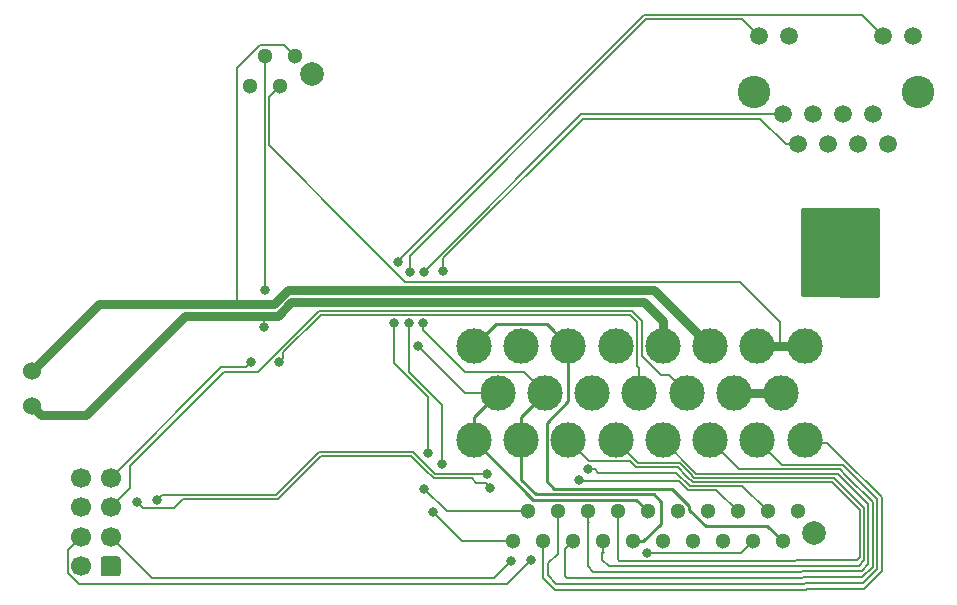
<source format=gtl>
G04 #@! TF.GenerationSoftware,KiCad,Pcbnew,5.0.2-bee76a0~70~ubuntu18.04.1*
G04 #@! TF.CreationDate,2019-04-11T23:01:23-04:00*
G04 #@! TF.ProjectId,interface_rev2,696e7465-7266-4616-9365-5f726576322e,rev?*
G04 #@! TF.SameCoordinates,Original*
G04 #@! TF.FileFunction,Copper,L1,Top*
G04 #@! TF.FilePolarity,Positive*
%FSLAX46Y46*%
G04 Gerber Fmt 4.6, Leading zero omitted, Abs format (unit mm)*
G04 Created by KiCad (PCBNEW 5.0.2-bee76a0~70~ubuntu18.04.1) date Thu 11 Apr 2019 11:01:23 PM EDT*
%MOMM*%
%LPD*%
G01*
G04 APERTURE LIST*
G04 #@! TA.AperFunction,ComponentPad*
%ADD10C,1.524000*%
G04 #@! TD*
G04 #@! TA.AperFunction,ComponentPad*
%ADD11C,3.000000*%
G04 #@! TD*
G04 #@! TA.AperFunction,ComponentPad*
%ADD12C,2.750000*%
G04 #@! TD*
G04 #@! TA.AperFunction,ComponentPad*
%ADD13C,1.500000*%
G04 #@! TD*
G04 #@! TA.AperFunction,ComponentPad*
%ADD14C,2.000000*%
G04 #@! TD*
G04 #@! TA.AperFunction,ComponentPad*
%ADD15C,1.300000*%
G04 #@! TD*
G04 #@! TA.AperFunction,ComponentPad*
%ADD16C,1.700000*%
G04 #@! TD*
G04 #@! TA.AperFunction,Conductor*
%ADD17C,2.000000*%
G04 #@! TD*
G04 #@! TA.AperFunction,ViaPad*
%ADD18C,0.800000*%
G04 #@! TD*
G04 #@! TA.AperFunction,Conductor*
%ADD19C,0.152400*%
G04 #@! TD*
G04 #@! TA.AperFunction,Conductor*
%ADD20C,0.762000*%
G04 #@! TD*
G04 #@! TA.AperFunction,Conductor*
%ADD21C,0.254000*%
G04 #@! TD*
G04 APERTURE END LIST*
D10*
G04 #@! TO.P,J1,2*
G04 #@! TO.N,/BOTS->ESTOP*
X116459000Y-109804200D03*
G04 #@! TO.P,J1,1*
G04 #@! TO.N,/ESTOP->HVD*
X116459000Y-112801400D03*
G04 #@! TD*
D11*
G04 #@! TO.P,J3,1*
G04 #@! TO.N,/IS->BOTS*
X181895000Y-107696500D03*
G04 #@! TO.P,J3,9*
G04 #@! TO.N,/BSPD->IS*
X179895000Y-111696500D03*
G04 #@! TO.P,J3,16*
G04 #@! TO.N,/Throttle2-*
X181895000Y-115696500D03*
G04 #@! TO.P,J3,2*
G04 #@! TO.N,/IS->BOTS*
X177895000Y-107696500D03*
G04 #@! TO.P,J3,3*
G04 #@! TO.N,/BOTS->ESTOP*
X173895000Y-107696500D03*
G04 #@! TO.P,J3,5*
G04 #@! TO.N,/GND*
X165895000Y-107696500D03*
G04 #@! TO.P,J3,4*
G04 #@! TO.N,/ESTOP->HVD*
X169895000Y-107696500D03*
G04 #@! TO.P,J3,6*
G04 #@! TO.N,/12V*
X161895000Y-107696500D03*
G04 #@! TO.P,J3,7*
G04 #@! TO.N,/GND*
X157895000Y-107696500D03*
G04 #@! TO.P,J3,8*
G04 #@! TO.N,/12V*
X153895000Y-107696500D03*
G04 #@! TO.P,J3,15*
G04 #@! TO.N,/CANH*
X155895000Y-111696500D03*
G04 #@! TO.P,J3,14*
G04 #@! TO.N,/CANL*
X159895000Y-111696500D03*
G04 #@! TO.P,J3,12*
G04 #@! TO.N,/SCL*
X167895000Y-111696500D03*
G04 #@! TO.P,J3,13*
G04 #@! TO.N,/GND*
X163895000Y-111696500D03*
G04 #@! TO.P,J3,11*
G04 #@! TO.N,/SDA*
X171895000Y-111696500D03*
G04 #@! TO.P,J3,10*
G04 #@! TO.N,/BSPD->IS*
X175895000Y-111696500D03*
G04 #@! TO.P,J3,22*
G04 #@! TO.N,/CANL*
X157895000Y-115696500D03*
G04 #@! TO.P,J3,21*
G04 #@! TO.N,/Throttle1+*
X161895000Y-115696500D03*
G04 #@! TO.P,J3,20*
G04 #@! TO.N,/Throttle1_Sense*
X165895000Y-115696500D03*
G04 #@! TO.P,J3,19*
G04 #@! TO.N,/Throttle1-*
X169895000Y-115696500D03*
G04 #@! TO.P,J3,18*
G04 #@! TO.N,/Throttle2+*
X173895000Y-115696500D03*
G04 #@! TO.P,J3,17*
G04 #@! TO.N,/Throttle2_Sense*
X177895000Y-115696500D03*
G04 #@! TO.P,J3,23*
G04 #@! TO.N,/CANH*
X153895000Y-115696500D03*
G04 #@! TD*
D12*
G04 #@! TO.P,U1,14*
G04 #@! TO.N,Net-(U1-Pad14)*
X191490500Y-86220500D03*
G04 #@! TO.P,U1,13*
G04 #@! TO.N,Net-(U1-Pad13)*
X177590500Y-86220500D03*
D13*
G04 #@! TO.P,U1,8*
G04 #@! TO.N,/GND*
X188980500Y-90640500D03*
G04 #@! TO.P,U1,6*
G04 #@! TO.N,/MOSI*
X186440500Y-90640500D03*
G04 #@! TO.P,U1,4*
G04 #@! TO.N,/SCK*
X183900500Y-90640500D03*
G04 #@! TO.P,U1,2*
G04 #@! TO.N,/CANH*
X181360500Y-90640500D03*
G04 #@! TO.P,U1,7*
G04 #@! TO.N,/5V*
X187710500Y-88100500D03*
G04 #@! TO.P,U1,5*
G04 #@! TO.N,/MISO*
X185170500Y-88100500D03*
G04 #@! TO.P,U1,3*
G04 #@! TO.N,/RESET*
X182630500Y-88100500D03*
G04 #@! TO.P,U1,1*
G04 #@! TO.N,/CANL*
X180090500Y-88100500D03*
G04 #@! TO.P,U1,10*
G04 #@! TO.N,/LED1*
X188550500Y-81470500D03*
G04 #@! TO.P,U1,9*
G04 #@! TO.N,Net-(U1-Pad9)*
X191090500Y-81470500D03*
G04 #@! TO.P,U1,11*
G04 #@! TO.N,Net-(U1-Pad11)*
X180530500Y-81470500D03*
G04 #@! TO.P,U1,12*
G04 #@! TO.N,/LED2*
X177990500Y-81470500D03*
G04 #@! TD*
D14*
G04 #@! TO.P,J5,21*
G04 #@! TO.N,N/C*
X182689500Y-123507500D03*
D15*
G04 #@! TO.P,J5,20*
G04 #@! TO.N,/LED2*
X157159500Y-124247500D03*
G04 #@! TO.P,J5,19*
G04 #@! TO.N,/LED1*
X158429500Y-121707500D03*
G04 #@! TO.P,J5,18*
G04 #@! TO.N,/Throttle2-*
X159699500Y-124247500D03*
G04 #@! TO.P,J5,17*
G04 #@! TO.N,/Throttle2_Sense*
X160969500Y-121707500D03*
G04 #@! TO.P,J5,16*
G04 #@! TO.N,/Throttle2+*
X162239500Y-124247500D03*
G04 #@! TO.P,J5,15*
G04 #@! TO.N,/Throttle1-*
X163509500Y-121707500D03*
G04 #@! TO.P,J5,14*
G04 #@! TO.N,/Throttle1_Sense*
X164779500Y-124247500D03*
G04 #@! TO.P,J5,13*
G04 #@! TO.N,/Throttle1+*
X166049500Y-121707500D03*
G04 #@! TO.P,J5,12*
G04 #@! TO.N,/CANL*
X167319500Y-124247500D03*
G04 #@! TO.P,J5,11*
G04 #@! TO.N,/CANH*
X168589500Y-121707500D03*
G04 #@! TO.P,J5,10*
G04 #@! TO.N,/RESET*
X169859500Y-124247500D03*
G04 #@! TO.P,J5,9*
G04 #@! TO.N,/SCK*
X171129500Y-121707500D03*
G04 #@! TO.P,J5,8*
G04 #@! TO.N,/MISO*
X172399500Y-124247500D03*
G04 #@! TO.P,J5,6*
G04 #@! TO.N,/5V*
X174939500Y-124247500D03*
G04 #@! TO.P,J5,4*
G04 #@! TO.N,/Drive_Select_Sense*
X177479500Y-124247500D03*
G04 #@! TO.P,J5,2*
G04 #@! TO.N,/12V*
X180019500Y-124247500D03*
G04 #@! TO.P,J5,7*
G04 #@! TO.N,/MOSI*
X173669500Y-121707500D03*
G04 #@! TO.P,J5,1*
G04 #@! TO.N,/GND*
X181289500Y-121707500D03*
G04 #@! TO.P,J5,3*
G04 #@! TO.N,/Drive_Select+*
X178749500Y-121707500D03*
G04 #@! TO.P,J5,5*
G04 #@! TO.N,/Drive_Select-*
X176209500Y-121707500D03*
G04 #@! TD*
D16*
G04 #@! TO.P,J2,8*
G04 #@! TO.N,Net-(J2-Pad8)*
X120626500Y-118865000D03*
G04 #@! TO.P,J2,7*
G04 #@! TO.N,/Drive_Select-*
X120626500Y-121365000D03*
G04 #@! TO.P,J2,6*
G04 #@! TO.N,/Drive_Select_Sense*
X120626500Y-123865000D03*
G04 #@! TO.P,J2,5*
G04 #@! TO.N,/Drive_Select+*
X120626500Y-126365000D03*
G04 #@! TO.P,J2,4*
G04 #@! TO.N,/SCL*
X123126500Y-118865000D03*
G04 #@! TO.P,J2,3*
G04 #@! TO.N,/SDA*
X123126500Y-121365000D03*
G04 #@! TO.P,J2,2*
G04 #@! TO.N,/5V*
X123126500Y-123865000D03*
D17*
G04 #@! TD*
G04 #@! TO.N,/GND*
G04 #@! TO.C,J2*
G36*
X123751004Y-125516204D02*
X123775273Y-125519804D01*
X123799071Y-125525765D01*
X123822171Y-125534030D01*
X123844349Y-125544520D01*
X123865393Y-125557133D01*
X123885098Y-125571747D01*
X123903277Y-125588223D01*
X123919753Y-125606402D01*
X123934367Y-125626107D01*
X123946980Y-125647151D01*
X123957470Y-125669329D01*
X123965735Y-125692429D01*
X123971696Y-125716227D01*
X123975296Y-125740496D01*
X123976500Y-125765000D01*
X123976500Y-126965000D01*
X123975296Y-126989504D01*
X123971696Y-127013773D01*
X123965735Y-127037571D01*
X123957470Y-127060671D01*
X123946980Y-127082849D01*
X123934367Y-127103893D01*
X123919753Y-127123598D01*
X123903277Y-127141777D01*
X123885098Y-127158253D01*
X123865393Y-127172867D01*
X123844349Y-127185480D01*
X123822171Y-127195970D01*
X123799071Y-127204235D01*
X123775273Y-127210196D01*
X123751004Y-127213796D01*
X123726500Y-127215000D01*
X122526500Y-127215000D01*
X122501996Y-127213796D01*
X122477727Y-127210196D01*
X122453929Y-127204235D01*
X122430829Y-127195970D01*
X122408651Y-127185480D01*
X122387607Y-127172867D01*
X122367902Y-127158253D01*
X122349723Y-127141777D01*
X122333247Y-127123598D01*
X122318633Y-127103893D01*
X122306020Y-127082849D01*
X122295530Y-127060671D01*
X122287265Y-127037571D01*
X122281304Y-127013773D01*
X122277704Y-126989504D01*
X122276500Y-126965000D01*
X122276500Y-125765000D01*
X122277704Y-125740496D01*
X122281304Y-125716227D01*
X122287265Y-125692429D01*
X122295530Y-125669329D01*
X122306020Y-125647151D01*
X122318633Y-125626107D01*
X122333247Y-125606402D01*
X122349723Y-125588223D01*
X122367902Y-125571747D01*
X122387607Y-125557133D01*
X122408651Y-125544520D01*
X122430829Y-125534030D01*
X122453929Y-125525765D01*
X122477727Y-125519804D01*
X122501996Y-125516204D01*
X122526500Y-125515000D01*
X123726500Y-125515000D01*
X123751004Y-125516204D01*
X123751004Y-125516204D01*
G37*
D16*
G04 #@! TO.P,J2,1*
G04 #@! TO.N,/GND*
X123126500Y-126365000D03*
G04 #@! TD*
D14*
G04 #@! TO.P,J4,5*
G04 #@! TO.N,N/C*
X140147500Y-84669500D03*
D15*
G04 #@! TO.P,J4,4*
G04 #@! TO.N,Net-(J4-Pad4)*
X134937500Y-85709500D03*
G04 #@! TO.P,J4,2*
G04 #@! TO.N,/IS->BOTS*
X137477500Y-85709500D03*
G04 #@! TO.P,J4,1*
G04 #@! TO.N,/BOTS->ESTOP*
X138747500Y-83169500D03*
G04 #@! TO.P,J4,3*
G04 #@! TO.N,/ESTOP->HVD*
X136207500Y-83169500D03*
G04 #@! TD*
D18*
G04 #@! TO.N,/ESTOP->HVD*
X136194800Y-102997000D03*
X136144000Y-106095800D03*
G04 #@! TO.N,/GND*
X182753000Y-97383600D03*
X182676800Y-101879400D03*
X187274200Y-101955600D03*
X187299600Y-97561400D03*
X182702200Y-98755200D03*
X182626000Y-100279200D03*
X187325000Y-98755200D03*
X187325000Y-100177600D03*
G04 #@! TO.N,/5V*
X157073600Y-125907800D03*
G04 #@! TO.N,/SCL*
X135001000Y-109093000D03*
X137363200Y-109093000D03*
G04 #@! TO.N,/Drive_Select+*
X154990800Y-118567200D03*
X127050800Y-120700800D03*
X163562858Y-118140166D03*
G04 #@! TO.N,/Drive_Select_Sense*
X168579800Y-125206200D03*
X158750000Y-125780800D03*
G04 #@! TO.N,/Drive_Select-*
X155295600Y-119684800D03*
X125399800Y-120878600D03*
X162763200Y-119024400D03*
G04 #@! TO.N,/CANL*
X149631400Y-101422200D03*
X149555200Y-105752810D03*
G04 #@! TO.N,/CANH*
X151307800Y-101371400D03*
X149199600Y-107721400D03*
G04 #@! TO.N,/LED1*
X147472400Y-100558600D03*
X147167600Y-105752810D03*
X149987000Y-116763800D03*
X149682200Y-119786400D03*
G04 #@! TO.N,/LED2*
X148463000Y-101422200D03*
X148386800Y-105752810D03*
X151206200Y-117652800D03*
X150393400Y-121742200D03*
G04 #@! TD*
D19*
G04 #@! TO.N,/BOTS->ESTOP*
X135762923Y-82243299D02*
X133832600Y-84173622D01*
X137821299Y-82243299D02*
X135762923Y-82243299D01*
X133832600Y-84173622D02*
X133832600Y-104140000D01*
X138747500Y-83169500D02*
X137821299Y-82243299D01*
D20*
X169119300Y-102920800D02*
X170338500Y-104140000D01*
X138176748Y-102920800D02*
X169119300Y-102920800D01*
X136957548Y-104140000D02*
X138176748Y-102920800D01*
X170338500Y-104140000D02*
X173895000Y-107696500D01*
X133832600Y-104140000D02*
X136957548Y-104140000D01*
X133832600Y-104140000D02*
X123545600Y-104140000D01*
X122123200Y-104140000D02*
X123545600Y-104140000D01*
X116459000Y-109804200D02*
X122123200Y-104140000D01*
D19*
G04 #@! TO.N,/ESTOP->HVD*
X136207500Y-84088738D02*
X136169400Y-84126838D01*
X136207500Y-83169500D02*
X136207500Y-84088738D01*
X136169400Y-84126838D02*
X136169400Y-102971600D01*
X136169400Y-102971600D02*
X136194800Y-102997000D01*
X136194800Y-105479315D02*
X136194800Y-105161489D01*
X136144000Y-105530115D02*
X136194800Y-105479315D01*
X136144000Y-106095800D02*
X136144000Y-105530115D01*
D20*
X137296545Y-105161489D02*
X136194800Y-105161489D01*
X169895000Y-107696500D02*
X169895000Y-105575180D01*
X169895000Y-105575180D02*
X169481309Y-105161489D01*
X169474289Y-105161489D02*
X168325800Y-104013000D01*
X138445034Y-104013000D02*
X137296545Y-105161489D01*
X169481309Y-105161489D02*
X169474289Y-105161489D01*
X168325800Y-104013000D02*
X138445034Y-104013000D01*
X117220999Y-113563399D02*
X116459000Y-112801400D01*
X121056401Y-113563399D02*
X117220999Y-113563399D01*
X136194800Y-105161489D02*
X129458311Y-105161489D01*
X129458311Y-105161489D02*
X121056401Y-113563399D01*
D19*
G04 #@! TO.N,/5V*
X157073600Y-125907800D02*
X155625800Y-127355600D01*
X126617100Y-127355600D02*
X127076200Y-127355600D01*
X123126500Y-123865000D02*
X126617100Y-127355600D01*
X155625800Y-127355600D02*
X127076200Y-127355600D01*
G04 #@! TO.N,/SDA*
X171895000Y-111696500D02*
X170395001Y-110196501D01*
X170395001Y-110196501D02*
X169748200Y-110196501D01*
X168118799Y-108567100D02*
X169748200Y-110196501D01*
X124764800Y-119726700D02*
X124764800Y-117856000D01*
X167284400Y-104724200D02*
X168118799Y-105558599D01*
X132700501Y-109920299D02*
X135570701Y-109920299D01*
X135570701Y-109920299D02*
X140766800Y-104724200D01*
X123126500Y-121365000D02*
X124764800Y-119726700D01*
X168118799Y-105558599D02*
X168118799Y-108567100D01*
X140766800Y-104724200D02*
X167284400Y-104724200D01*
X124764800Y-117856000D02*
X132700501Y-109920299D01*
G04 #@! TO.N,/SCL*
X123126500Y-118865000D02*
X132518799Y-109472701D01*
X132518799Y-109472701D02*
X134621299Y-109472701D01*
X134621299Y-109472701D02*
X135001000Y-109093000D01*
X167716200Y-109396380D02*
X167895000Y-109575180D01*
X137363200Y-109093000D02*
X137763199Y-108693001D01*
X137763199Y-108693001D02*
X137763199Y-108226183D01*
X167716200Y-105689400D02*
X167716200Y-109396380D01*
X137763199Y-108226183D02*
X140912772Y-105076610D01*
X167895000Y-109575180D02*
X167895000Y-111696500D01*
X140912772Y-105076610D02*
X167103410Y-105076610D01*
X167103410Y-105076610D02*
X167716200Y-105689400D01*
G04 #@! TO.N,/Drive_Select+*
X178749500Y-121707500D02*
X176609250Y-119567250D01*
X176609250Y-119567250D02*
X172196050Y-119567250D01*
X172196050Y-119567250D02*
X171043600Y-118414800D01*
X127450799Y-120300801D02*
X137153599Y-120300801D01*
X127050800Y-120700800D02*
X127450799Y-120300801D01*
X137153599Y-120300801D02*
X140792200Y-116662200D01*
X140792200Y-116662200D02*
X148717000Y-116662200D01*
X150622000Y-118567200D02*
X154990800Y-118567200D01*
X148717000Y-116662200D02*
X150622000Y-118567200D01*
X164128543Y-118140166D02*
X164403177Y-118414800D01*
X164403177Y-118414800D02*
X171043600Y-118414800D01*
X163562858Y-118140166D02*
X164128543Y-118140166D01*
G04 #@! TO.N,/Drive_Select_Sense*
X177479500Y-124247500D02*
X176520800Y-125206200D01*
X176520800Y-125206200D02*
X168579800Y-125206200D01*
X119500299Y-126905577D02*
X119500299Y-124991201D01*
X156667200Y-127863600D02*
X120458322Y-127863600D01*
X119776501Y-124714999D02*
X120626500Y-123865000D01*
X119500299Y-124991201D02*
X119776501Y-124714999D01*
X120458322Y-127863600D02*
X119500299Y-126905577D01*
X158750000Y-125780800D02*
X156667200Y-127863600D01*
G04 #@! TO.N,/Drive_Select-*
X174421660Y-119919660D02*
X172015060Y-119919660D01*
X176209500Y-121707500D02*
X174421660Y-119919660D01*
X172015060Y-119919660D02*
X171221400Y-119126000D01*
X154108201Y-119284801D02*
X153743010Y-118919610D01*
X155295600Y-119684800D02*
X154895601Y-119284801D01*
X154895601Y-119284801D02*
X154108201Y-119284801D01*
X150476027Y-118919610D02*
X149682200Y-118125783D01*
X153743010Y-118919610D02*
X150476027Y-118919610D01*
X149647183Y-118125783D02*
X148539200Y-117017800D01*
X149682200Y-118125783D02*
X149647183Y-118125783D01*
X141071600Y-117017800D02*
X141068410Y-117014610D01*
X148539200Y-117017800D02*
X141071600Y-117017800D01*
X141068410Y-117014610D02*
X140938172Y-117014610D01*
X140938172Y-117014610D02*
X137299572Y-120653211D01*
X137299572Y-120653211D02*
X129257389Y-120653211D01*
X129257389Y-120653211D02*
X128533599Y-121377001D01*
X125898201Y-121377001D02*
X125399800Y-120878600D01*
X128533599Y-121377001D02*
X125898201Y-121377001D01*
X171221400Y-119126000D02*
X162864800Y-119126000D01*
X162864800Y-119126000D02*
X162763200Y-119024400D01*
G04 #@! TO.N,/Throttle2-*
X188404500Y-120523000D02*
X184912000Y-117030500D01*
X188404500Y-126746000D02*
X188404500Y-120523000D01*
X159699500Y-127314500D02*
X160718500Y-128333500D01*
D21*
X182213000Y-116014500D02*
X181895000Y-115696500D01*
D19*
X182035628Y-128270000D02*
X186880500Y-128270000D01*
X160718500Y-128333500D02*
X181972128Y-128333500D01*
X159699500Y-124247500D02*
X159699500Y-127314500D01*
X181972128Y-128333500D02*
X182035628Y-128270000D01*
X186880500Y-128270000D02*
X188404500Y-126746000D01*
X184912000Y-117030500D02*
X184912000Y-117017800D01*
X184912000Y-117017800D02*
X183769000Y-115874800D01*
X182073300Y-115874800D02*
X181895000Y-115696500D01*
X183769000Y-115874800D02*
X182073300Y-115874800D01*
D21*
G04 #@! TO.N,/CANL*
X157895000Y-113696500D02*
X157895000Y-115696500D01*
X159895000Y-111696500D02*
X157895000Y-113696500D01*
X168238738Y-124247500D02*
X167319500Y-124247500D01*
X169748200Y-122738038D02*
X168238738Y-124247500D01*
X169748200Y-120916700D02*
X169748200Y-122738038D01*
X169100500Y-120269000D02*
X169748200Y-120916700D01*
X157911800Y-117834620D02*
X157911800Y-119071234D01*
X157895000Y-115696500D02*
X157895000Y-117817820D01*
X157895000Y-117817820D02*
X157911800Y-117834620D01*
X157911800Y-119071234D02*
X159109566Y-120269000D01*
X159109566Y-120269000D02*
X162661600Y-120269000D01*
X162467500Y-120269000D02*
X162661600Y-120269000D01*
X162661600Y-120269000D02*
X169100500Y-120269000D01*
D19*
X180090500Y-88100500D02*
X162953100Y-88100500D01*
X162953100Y-88100500D02*
X149631400Y-101422200D01*
X158395001Y-110196501D02*
X159895000Y-111696500D01*
X149555200Y-106318495D02*
X153157004Y-109920299D01*
X158118799Y-109920299D02*
X158395001Y-110196501D01*
X153157004Y-109920299D02*
X158118799Y-109920299D01*
X149555200Y-105752810D02*
X149555200Y-106318495D01*
G04 #@! TO.N,/Throttle1+*
X166049500Y-121707500D02*
X166049500Y-125714300D01*
X166049500Y-125714300D02*
X166217600Y-125882400D01*
X166217600Y-125882400D02*
X181102000Y-125882400D01*
X181102000Y-125882400D02*
X181127400Y-125857000D01*
X184238840Y-119214840D02*
X186588400Y-121564400D01*
X186588400Y-121564400D02*
X186588400Y-125577600D01*
X186309000Y-125857000D02*
X185369200Y-125857000D01*
X186588400Y-125577600D02*
X186309000Y-125857000D01*
X181127400Y-125857000D02*
X185369200Y-125857000D01*
X185369200Y-125857000D02*
X185470800Y-125857000D01*
X172412057Y-119214840D02*
X171958000Y-118760783D01*
X184238840Y-119214840D02*
X172412057Y-119214840D01*
X171958000Y-118760783D02*
X171948383Y-118760783D01*
X171948383Y-118760783D02*
X171145200Y-117957600D01*
X171145200Y-117957600D02*
X167589200Y-117957600D01*
X167104301Y-117472701D02*
X163671201Y-117472701D01*
X163394999Y-117196499D02*
X161895000Y-115696500D01*
X163671201Y-117472701D02*
X163394999Y-117196499D01*
X167589200Y-117957600D02*
X167104301Y-117472701D01*
D21*
G04 #@! TO.N,/Throttle1_Sense*
X164779500Y-125166738D02*
X164769800Y-125176438D01*
D19*
X164779500Y-124247500D02*
X164779500Y-125166738D01*
X164769800Y-125831600D02*
X164769800Y-125176438D01*
X181378210Y-126368190D02*
X165306390Y-126368190D01*
X186486800Y-126314200D02*
X181432200Y-126314200D01*
X165306390Y-126368190D02*
X164769800Y-125831600D01*
X186944000Y-125857000D02*
X186486800Y-126314200D01*
X167800500Y-117602000D02*
X171302118Y-117602000D01*
X186944000Y-121386600D02*
X186944000Y-125857000D01*
X184419830Y-118862430D02*
X186944000Y-121386600D01*
X171302118Y-117602000D02*
X172364400Y-118664282D01*
X165895000Y-115696500D02*
X167800500Y-117602000D01*
X172364400Y-118664282D02*
X172364400Y-118668800D01*
X172364400Y-118668800D02*
X172558030Y-118862430D01*
X181432200Y-126314200D02*
X181378210Y-126368190D01*
X172558030Y-118862430D02*
X184419830Y-118862430D01*
D21*
G04 #@! TO.N,/Throttle1-*
X163509500Y-122626738D02*
X163512500Y-122629738D01*
D19*
X163509500Y-121707500D02*
X163509500Y-122626738D01*
X163509500Y-122626738D02*
X163509500Y-126349300D01*
X163509500Y-126349300D02*
X163982400Y-126822200D01*
X163982400Y-126822200D02*
X181584600Y-126822200D01*
X184937400Y-126771400D02*
X181635400Y-126771400D01*
X172708520Y-118510020D02*
X184712038Y-118510020D01*
X184712038Y-118510020D02*
X187299600Y-121097582D01*
X169895000Y-115696500D02*
X172708520Y-118510020D01*
X187299600Y-121097582D02*
X187299600Y-126187200D01*
X187299600Y-126187200D02*
X186715400Y-126771400D01*
X186715400Y-126771400D02*
X184937400Y-126771400D01*
G04 #@! TO.N,/Throttle2+*
X184858010Y-118157610D02*
X176356110Y-118157610D01*
X185420000Y-118668800D02*
X185369200Y-118668800D01*
X185369200Y-118668800D02*
X184858010Y-118157610D01*
X187655200Y-120904000D02*
X185420000Y-118668800D01*
X187655200Y-126390400D02*
X187655200Y-120904000D01*
X176356110Y-118157610D02*
X173895000Y-115696500D01*
X186791600Y-127254000D02*
X187655200Y-126390400D01*
X162239500Y-124247500D02*
X161589501Y-124897499D01*
X161589501Y-127172501D02*
X161734500Y-127317500D01*
X161589501Y-124897499D02*
X161589501Y-127172501D01*
X161734500Y-127317500D02*
X181673500Y-127317500D01*
X181673500Y-127317500D02*
X181737000Y-127254000D01*
X181737000Y-127254000D02*
X186791600Y-127254000D01*
G04 #@! TO.N,/Throttle2_Sense*
X180003700Y-117805200D02*
X177895000Y-115696500D01*
X188036200Y-120675400D02*
X185166000Y-117805200D01*
X185166000Y-117805200D02*
X180003700Y-117805200D01*
X188036200Y-126593600D02*
X188036200Y-120675400D01*
X186867800Y-127762000D02*
X188036200Y-126593600D01*
X160969500Y-125288500D02*
X160153510Y-126104490D01*
X160153510Y-126104490D02*
X160153510Y-127126444D01*
X160153510Y-127126444D02*
X160852566Y-127825500D01*
X181901561Y-127762000D02*
X186867800Y-127762000D01*
X160852566Y-127825500D02*
X181838061Y-127825500D01*
X160969500Y-121707500D02*
X160969500Y-125288500D01*
X181838061Y-127825500D02*
X181901561Y-127762000D01*
D21*
G04 #@! TO.N,/CANH*
X153895000Y-113696500D02*
X153895000Y-115696500D01*
X155895000Y-111696500D02*
X153895000Y-113696500D01*
X167605010Y-120723010D02*
X168589500Y-121707500D01*
X153895000Y-115696500D02*
X158921510Y-120723010D01*
X158921510Y-120723010D02*
X167605010Y-120723010D01*
D19*
X180299840Y-90640500D02*
X178112250Y-88452910D01*
X181360500Y-90640500D02*
X180299840Y-90640500D01*
X178112250Y-88452910D02*
X163099072Y-88452910D01*
X163099072Y-88452910D02*
X151307800Y-100244182D01*
X151307800Y-100244182D02*
X151307800Y-101371400D01*
X153174700Y-111696500D02*
X155895000Y-111696500D01*
X149199600Y-107721400D02*
X153174700Y-111696500D01*
D20*
G04 #@! TO.N,/BSPD->IS*
X175895000Y-111696500D02*
X179895000Y-111696500D01*
G04 #@! TO.N,/IS->BOTS*
X177895000Y-107696500D02*
X179832000Y-107696500D01*
X179832000Y-107696500D02*
X181895000Y-107696500D01*
D19*
X136525000Y-86662000D02*
X137477500Y-85709500D01*
X136525000Y-90703400D02*
X136525000Y-86662000D01*
X179832000Y-105633500D02*
X176458900Y-102260400D01*
X144348200Y-98526600D02*
X136525000Y-90703400D01*
X179832000Y-107696500D02*
X179832000Y-105633500D01*
X176458900Y-102260400D02*
X148056600Y-102260400D01*
X148056600Y-102260400D02*
X144348200Y-98552000D01*
X144348200Y-98552000D02*
X144348200Y-98526600D01*
D21*
G04 #@! TO.N,/12V*
X160395001Y-106196501D02*
X161895000Y-107696500D01*
X160067999Y-105869499D02*
X160395001Y-106196501D01*
X155722001Y-105869499D02*
X160067999Y-105869499D01*
X153895000Y-107696500D02*
X155722001Y-105869499D01*
X172106501Y-121560501D02*
X172106501Y-121238539D01*
X180019500Y-124247500D02*
X178733400Y-122961400D01*
X173507400Y-122961400D02*
X172106501Y-121560501D01*
X178733400Y-122961400D02*
X173507400Y-122961400D01*
X160067999Y-114227463D02*
X160067999Y-119173999D01*
X161895000Y-107696500D02*
X161895000Y-112400462D01*
X161895000Y-112400462D02*
X160067999Y-114227463D01*
X160067999Y-119173999D02*
X160708990Y-119814990D01*
X169288557Y-119814990D02*
X160708990Y-119814990D01*
X169310767Y-119837200D02*
X169288557Y-119814990D01*
X170705162Y-119837200D02*
X169310767Y-119837200D01*
X172106501Y-121238539D02*
X170705162Y-119837200D01*
D19*
G04 #@! TO.N,/LED1*
X186759800Y-79679800D02*
X168325800Y-79679800D01*
X188550500Y-81470500D02*
X186759800Y-79679800D01*
X168325800Y-79679800D02*
X147650200Y-100355400D01*
X147650200Y-100355400D02*
X147650200Y-100380800D01*
X147650200Y-100380800D02*
X147472400Y-100558600D01*
X147167600Y-105752810D02*
X147167600Y-109169200D01*
X147167600Y-109169200D02*
X149987000Y-111988600D01*
X149987000Y-111988600D02*
X149987000Y-116763800D01*
X151603300Y-121707500D02*
X158429500Y-121707500D01*
X149682200Y-119786400D02*
X151603300Y-121707500D01*
G04 #@! TO.N,/LED2*
X177990500Y-81470500D02*
X176552210Y-80032210D01*
X176552210Y-80032210D02*
X168471772Y-80032210D01*
X168471772Y-80032210D02*
X148463000Y-100040982D01*
X148463000Y-100040982D02*
X148463000Y-101422200D01*
X151206200Y-112709418D02*
X151206200Y-117652800D01*
X148386800Y-105752810D02*
X148386800Y-109890018D01*
X148386800Y-109890018D02*
X151206200Y-112709418D01*
X152898700Y-124247500D02*
X157159500Y-124247500D01*
X150393400Y-121742200D02*
X152898700Y-124247500D01*
G04 #@! TD*
D21*
G04 #@! TO.N,/GND*
G36*
X188087000Y-103453231D02*
X181660800Y-103404362D01*
X181660800Y-96062800D01*
X188087000Y-96062800D01*
X188087000Y-103453231D01*
X188087000Y-103453231D01*
G37*
X188087000Y-103453231D02*
X181660800Y-103404362D01*
X181660800Y-96062800D01*
X188087000Y-96062800D01*
X188087000Y-103453231D01*
G04 #@! TD*
M02*

</source>
